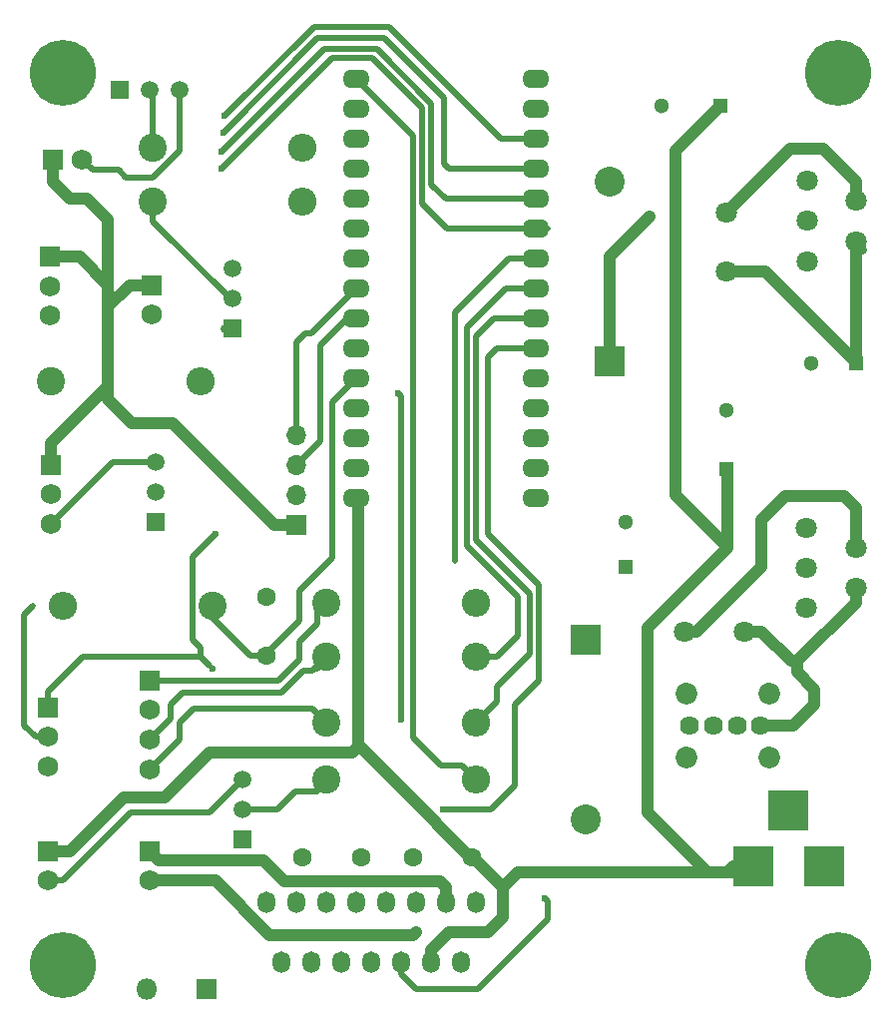
<source format=gbr>
G04 #@! TF.GenerationSoftware,KiCad,Pcbnew,5.0.2-bee76a0~70~ubuntu18.04.1*
G04 #@! TF.CreationDate,2019-05-27T22:26:56+02:00*
G04 #@! TF.ProjectId,flypi,666c7970-692e-46b6-9963-61645f706362,rev?*
G04 #@! TF.SameCoordinates,Original*
G04 #@! TF.FileFunction,Copper,L1,Top*
G04 #@! TF.FilePolarity,Positive*
%FSLAX46Y46*%
G04 Gerber Fmt 4.6, Leading zero omitted, Abs format (unit mm)*
G04 Created by KiCad (PCBNEW 5.0.2-bee76a0~70~ubuntu18.04.1) date Mon 27 May 2019 22:26:56 CEST*
%MOMM*%
%LPD*%
G01*
G04 APERTURE LIST*
G04 #@! TA.AperFunction,ComponentPad*
%ADD10C,5.600000*%
G04 #@! TD*
G04 #@! TA.AperFunction,ComponentPad*
%ADD11C,1.520000*%
G04 #@! TD*
G04 #@! TA.AperFunction,ComponentPad*
%ADD12R,1.520000X1.520000*%
G04 #@! TD*
G04 #@! TA.AperFunction,ComponentPad*
%ADD13O,2.300000X1.600000*%
G04 #@! TD*
G04 #@! TA.AperFunction,ComponentPad*
%ADD14R,1.300000X1.300000*%
G04 #@! TD*
G04 #@! TA.AperFunction,ComponentPad*
%ADD15C,1.300000*%
G04 #@! TD*
G04 #@! TA.AperFunction,ComponentPad*
%ADD16R,3.500120X3.500120*%
G04 #@! TD*
G04 #@! TA.AperFunction,ComponentPad*
%ADD17C,2.540000*%
G04 #@! TD*
G04 #@! TA.AperFunction,ComponentPad*
%ADD18R,2.540000X2.540000*%
G04 #@! TD*
G04 #@! TA.AperFunction,ComponentPad*
%ADD19C,1.800860*%
G04 #@! TD*
G04 #@! TA.AperFunction,ComponentPad*
%ADD20C,1.800000*%
G04 #@! TD*
G04 #@! TA.AperFunction,ComponentPad*
%ADD21O,1.524000X1.824000*%
G04 #@! TD*
G04 #@! TA.AperFunction,ComponentPad*
%ADD22C,1.620000*%
G04 #@! TD*
G04 #@! TA.AperFunction,ComponentPad*
%ADD23C,1.850000*%
G04 #@! TD*
G04 #@! TA.AperFunction,ComponentPad*
%ADD24R,1.800000X1.800000*%
G04 #@! TD*
G04 #@! TA.AperFunction,ComponentPad*
%ADD25O,1.800000X1.800000*%
G04 #@! TD*
G04 #@! TA.AperFunction,ComponentPad*
%ADD26R,1.700000X1.700000*%
G04 #@! TD*
G04 #@! TA.AperFunction,ComponentPad*
%ADD27O,1.700000X1.700000*%
G04 #@! TD*
G04 #@! TA.AperFunction,ComponentPad*
%ADD28R,1.750000X1.750000*%
G04 #@! TD*
G04 #@! TA.AperFunction,ComponentPad*
%ADD29C,1.750000*%
G04 #@! TD*
G04 #@! TA.AperFunction,ComponentPad*
%ADD30C,1.600000*%
G04 #@! TD*
G04 #@! TA.AperFunction,ComponentPad*
%ADD31O,2.400000X2.400000*%
G04 #@! TD*
G04 #@! TA.AperFunction,ComponentPad*
%ADD32C,2.400000*%
G04 #@! TD*
G04 #@! TA.AperFunction,ViaPad*
%ADD33C,0.600000*%
G04 #@! TD*
G04 #@! TA.AperFunction,ViaPad*
%ADD34C,0.800000*%
G04 #@! TD*
G04 #@! TA.AperFunction,Conductor*
%ADD35C,0.500000*%
G04 #@! TD*
G04 #@! TA.AperFunction,Conductor*
%ADD36C,1.000000*%
G04 #@! TD*
G04 #@! TA.AperFunction,Conductor*
%ADD37C,0.750000*%
G04 #@! TD*
G04 APERTURE END LIST*
D10*
G04 #@! TO.P,REF\002A\002A,1*
G04 #@! TO.N,N/C*
X176022000Y-129286000D03*
G04 #@! TD*
G04 #@! TO.P,REF\002A\002A,1*
G04 #@! TO.N,N/C*
X176022000Y-53594000D03*
G04 #@! TD*
G04 #@! TO.P,REF\002A\002A,1*
G04 #@! TO.N,N/C*
X110236000Y-53594000D03*
G04 #@! TD*
D11*
G04 #@! TO.P,Q2,2*
G04 #@! TO.N,Net-(Q2-Pad2)*
X117540000Y-55000000D03*
G04 #@! TO.P,Q2,3*
G04 #@! TO.N,Net-(P5-Pad2)*
X120080000Y-55000000D03*
D12*
G04 #@! TO.P,Q2,1*
G04 #@! TO.N,GND*
X115000000Y-55000000D03*
G04 #@! TD*
D13*
G04 #@! TO.P,U5,1*
G04 #@! TO.N,Net-(R3-Pad2)*
X135128000Y-54102000D03*
G04 #@! TO.P,U5,2*
G04 #@! TO.N,N/C*
X135128000Y-56642000D03*
G04 #@! TO.P,U5,3*
X135128000Y-59182000D03*
G04 #@! TO.P,U5,4*
X135128000Y-61722000D03*
G04 #@! TO.P,U5,5*
X135128000Y-64262000D03*
G04 #@! TO.P,U5,6*
X135128000Y-66802000D03*
G04 #@! TO.P,U5,7*
X135128000Y-69342000D03*
G04 #@! TO.P,U5,8*
G04 #@! TO.N,Net-(P9-Pad4)*
X135128000Y-71882000D03*
G04 #@! TO.P,U5,9*
G04 #@! TO.N,Net-(P9-Pad3)*
X135128000Y-74422000D03*
G04 #@! TO.P,U5,10*
G04 #@! TO.N,N/C*
X135128000Y-76962000D03*
G04 #@! TO.P,U5,11*
G04 #@! TO.N,Net-(1k1-Pad1)*
X135128000Y-79502000D03*
G04 #@! TO.P,U5,12*
G04 #@! TO.N,Net-(C7-Pad1)*
X135128000Y-82042000D03*
G04 #@! TO.P,U5,13*
G04 #@! TO.N,N/C*
X135128000Y-84582000D03*
G04 #@! TO.P,U5,14*
G04 #@! TO.N,GND*
X135128000Y-87122000D03*
G04 #@! TO.P,U5,15*
G04 #@! TO.N,Net-(C1-Pad1)*
X135128000Y-89662000D03*
G04 #@! TO.P,U5,16*
G04 #@! TO.N,N/C*
X150368000Y-89662000D03*
G04 #@! TO.P,U5,17*
X150368000Y-87122000D03*
G04 #@! TO.P,U5,18*
X150368000Y-84582000D03*
G04 #@! TO.P,U5,19*
G04 #@! TO.N,GND*
X150368000Y-82042000D03*
G04 #@! TO.P,U5,20*
G04 #@! TO.N,Net-(U4-Pad7)*
X150368000Y-79502000D03*
G04 #@! TO.P,U5,21*
G04 #@! TO.N,Net-(U4-Pad5)*
X150368000Y-76962000D03*
G04 #@! TO.P,U5,22*
G04 #@! TO.N,Net-(R9-Pad2)*
X150368000Y-74422000D03*
G04 #@! TO.P,U5,23*
G04 #@! TO.N,Net-(R8-Pad2)*
X150368000Y-71882000D03*
G04 #@! TO.P,U5,24*
G04 #@! TO.N,Net-(R7-Pad2)*
X150368000Y-69342000D03*
G04 #@! TO.P,U5,25*
G04 #@! TO.N,Net-(P8-Pad3)*
X150368000Y-66802000D03*
G04 #@! TO.P,U5,26*
G04 #@! TO.N,Net-(P7-Pad2)*
X150368000Y-64262000D03*
G04 #@! TO.P,U5,27*
G04 #@! TO.N,Net-(R5-Pad2)*
X150368000Y-61722000D03*
G04 #@! TO.P,U5,28*
G04 #@! TO.N,Net-(R2-Pad2)*
X150368000Y-59182000D03*
G04 #@! TO.P,U5,29*
G04 #@! TO.N,Net-(R4-Pad2)*
X150368000Y-56642000D03*
G04 #@! TO.P,U5,30*
G04 #@! TO.N,N/C*
X150368000Y-54102000D03*
G04 #@! TD*
D14*
G04 #@! TO.P,C2,1*
G04 #@! TO.N,Net-(C1-Pad1)*
X165989000Y-56388000D03*
D15*
G04 #@! TO.P,C2,2*
G04 #@! TO.N,GND*
X160989000Y-56388000D03*
G04 #@! TD*
D14*
G04 #@! TO.P,C1,1*
G04 #@! TO.N,Net-(C1-Pad1)*
X166497000Y-87249000D03*
D15*
G04 #@! TO.P,C1,2*
G04 #@! TO.N,GND*
X166497000Y-82249000D03*
G04 #@! TD*
D14*
G04 #@! TO.P,C5,1*
G04 #@! TO.N,Net-(C5-Pad1)*
X177546000Y-78232000D03*
D15*
G04 #@! TO.P,C5,2*
G04 #@! TO.N,GND*
X173746000Y-78232000D03*
G04 #@! TD*
D14*
G04 #@! TO.P,C6,1*
G04 #@! TO.N,Net-(C6-Pad1)*
X158000000Y-95500000D03*
D15*
G04 #@! TO.P,C6,2*
G04 #@! TO.N,GND*
X158000000Y-91700000D03*
G04 #@! TD*
D16*
G04 #@! TO.P,CON1,1*
G04 #@! TO.N,Net-(C1-Pad1)*
X168805860Y-120904000D03*
G04 #@! TO.P,CON1,2*
G04 #@! TO.N,GND*
X174805340Y-120904000D03*
G04 #@! TO.P,CON1,3*
X171805600Y-116205000D03*
G04 #@! TD*
D17*
G04 #@! TO.P,D1,2*
G04 #@! TO.N,GND*
X154561960Y-116968220D03*
D18*
G04 #@! TO.P,D1,1*
G04 #@! TO.N,Net-(D1-Pad1)*
X154561960Y-101728220D03*
G04 #@! TD*
D17*
G04 #@! TO.P,D3,2*
G04 #@! TO.N,GND*
X156588040Y-62863780D03*
D18*
G04 #@! TO.P,D3,1*
G04 #@! TO.N,Net-(D3-Pad1)*
X156588040Y-78103780D03*
G04 #@! TD*
D19*
G04 #@! TO.P,L1,1*
G04 #@! TO.N,Net-(D3-Pad1)*
X166497000Y-65445640D03*
G04 #@! TO.P,L1,2*
G04 #@! TO.N,Net-(C5-Pad1)*
X166497000Y-70444360D03*
G04 #@! TD*
G04 #@! TO.P,L2,1*
G04 #@! TO.N,Net-(D1-Pad1)*
X163000640Y-101000000D03*
G04 #@! TO.P,L2,2*
G04 #@! TO.N,Net-(C6-Pad1)*
X167999360Y-101000000D03*
G04 #@! TD*
D20*
G04 #@! TO.P,U1,3*
G04 #@! TO.N,GND*
X173282500Y-95567500D03*
G04 #@! TO.P,U1,5*
X173282500Y-98967500D03*
G04 #@! TO.P,U1,1*
G04 #@! TO.N,Net-(C1-Pad1)*
X173282500Y-92167500D03*
G04 #@! TO.P,U1,2*
G04 #@! TO.N,Net-(D1-Pad1)*
X177482500Y-93867500D03*
G04 #@! TO.P,U1,4*
G04 #@! TO.N,Net-(C6-Pad1)*
X177482500Y-97267500D03*
G04 #@! TD*
G04 #@! TO.P,U2,3*
G04 #@! TO.N,GND*
X173346000Y-66167000D03*
G04 #@! TO.P,U2,5*
X173346000Y-69567000D03*
G04 #@! TO.P,U2,1*
G04 #@! TO.N,Net-(C1-Pad1)*
X173346000Y-62767000D03*
G04 #@! TO.P,U2,2*
G04 #@! TO.N,Net-(D3-Pad1)*
X177546000Y-64467000D03*
G04 #@! TO.P,U2,4*
G04 #@! TO.N,Net-(C5-Pad1)*
X177546000Y-67867000D03*
G04 #@! TD*
D21*
G04 #@! TO.P,U4,1*
G04 #@! TO.N,Net-(R1-Pad1)*
X145288000Y-123952000D03*
G04 #@! TO.P,U4,2*
G04 #@! TO.N,Net-(P1-Pad2)*
X144018000Y-129032000D03*
G04 #@! TO.P,U4,3*
G04 #@! TO.N,Net-(P1-Pad1)*
X142748000Y-123952000D03*
G04 #@! TO.P,U4,4*
G04 #@! TO.N,Net-(C1-Pad1)*
X141478000Y-129032000D03*
G04 #@! TO.P,U4,5*
G04 #@! TO.N,Net-(U4-Pad5)*
X140208000Y-123952000D03*
G04 #@! TO.P,U4,6*
G04 #@! TO.N,Net-(R3-Pad2)*
X138938000Y-129032000D03*
G04 #@! TO.P,U4,7*
G04 #@! TO.N,Net-(U4-Pad7)*
X137668000Y-123952000D03*
G04 #@! TO.P,U4,8*
G04 #@! TO.N,GND*
X136398000Y-129032000D03*
G04 #@! TO.P,U4,9*
G04 #@! TO.N,Net-(C7-Pad1)*
X135128000Y-123952000D03*
G04 #@! TO.P,U4,10*
G04 #@! TO.N,N/C*
X133858000Y-129032000D03*
G04 #@! TO.P,U4,11*
X132588000Y-123952000D03*
G04 #@! TO.P,U4,12*
X131318000Y-129032000D03*
G04 #@! TO.P,U4,13*
X130048000Y-123952000D03*
G04 #@! TO.P,U4,14*
X128778000Y-129032000D03*
G04 #@! TO.P,U4,15*
X127508000Y-123952000D03*
G04 #@! TD*
D22*
G04 #@! TO.P,J12,1*
G04 #@! TO.N,Net-(C6-Pad1)*
X169418000Y-108966000D03*
G04 #@! TO.P,J12,2*
G04 #@! TO.N,N/C*
X167418000Y-108966000D03*
G04 #@! TO.P,J12,3*
X165418000Y-108966000D03*
D23*
G04 #@! TO.P,J12,5*
G04 #@! TO.N,GND*
X170148000Y-111686000D03*
D22*
G04 #@! TO.P,J12,4*
X163418000Y-108966000D03*
D23*
G04 #@! TO.P,J12,5*
X163148000Y-111686000D03*
X170148000Y-106246000D03*
X163148000Y-106246000D03*
G04 #@! TD*
D24*
G04 #@! TO.P,R1,1*
G04 #@! TO.N,Net-(R1-Pad1)*
X122428000Y-131318000D03*
D25*
G04 #@! TO.P,R1,2*
G04 #@! TO.N,GND*
X117348000Y-131318000D03*
G04 #@! TD*
D11*
G04 #@! TO.P,Q3,2*
G04 #@! TO.N,Net-(Q3-Pad2)*
X124587000Y-72771000D03*
G04 #@! TO.P,Q3,3*
G04 #@! TO.N,Net-(P6-Pad2)*
X124587000Y-70231000D03*
D12*
G04 #@! TO.P,Q3,1*
G04 #@! TO.N,GND*
X124587000Y-75311000D03*
G04 #@! TD*
D11*
G04 #@! TO.P,Q1,2*
G04 #@! TO.N,Net-(Q1-Pad2)*
X125476000Y-116078000D03*
G04 #@! TO.P,Q1,3*
G04 #@! TO.N,Net-(P3-Pad2)*
X125476000Y-113538000D03*
D12*
G04 #@! TO.P,Q1,1*
G04 #@! TO.N,GND*
X125476000Y-118618000D03*
G04 #@! TD*
D11*
G04 #@! TO.P,Q4,2*
G04 #@! TO.N,Net-(Q4-Pad2)*
X118110000Y-89154000D03*
G04 #@! TO.P,Q4,3*
G04 #@! TO.N,Net-(P7-Pad3)*
X118110000Y-86614000D03*
D12*
G04 #@! TO.P,Q4,1*
G04 #@! TO.N,GND*
X118110000Y-91694000D03*
G04 #@! TD*
D26*
G04 #@! TO.P,P9,1*
G04 #@! TO.N,Net-(C5-Pad1)*
X130048000Y-91948000D03*
D27*
G04 #@! TO.P,P9,2*
G04 #@! TO.N,GND*
X130048000Y-89408000D03*
G04 #@! TO.P,P9,3*
G04 #@! TO.N,Net-(P9-Pad3)*
X130048000Y-86868000D03*
G04 #@! TO.P,P9,4*
G04 #@! TO.N,Net-(P9-Pad4)*
X130048000Y-84328000D03*
G04 #@! TD*
D28*
G04 #@! TO.P,P3,1*
G04 #@! TO.N,Net-(C1-Pad1)*
X108966000Y-119634000D03*
D29*
G04 #@! TO.P,P3,2*
G04 #@! TO.N,Net-(P3-Pad2)*
X108966000Y-122134000D03*
G04 #@! TD*
D30*
G04 #@! TO.P,C7,1*
G04 #@! TO.N,Net-(C7-Pad1)*
X130556000Y-120142000D03*
G04 #@! TO.P,C7,2*
G04 #@! TO.N,GND*
X135556000Y-120142000D03*
G04 #@! TD*
G04 #@! TO.P,C10,1*
G04 #@! TO.N,GND*
X139954000Y-120142000D03*
G04 #@! TO.P,C10,2*
G04 #@! TO.N,Net-(C1-Pad1)*
X144954000Y-120142000D03*
G04 #@! TD*
D28*
G04 #@! TO.P,P1,1*
G04 #@! TO.N,Net-(P1-Pad1)*
X117602000Y-119634000D03*
D29*
G04 #@! TO.P,P1,2*
G04 #@! TO.N,Net-(P1-Pad2)*
X117602000Y-122134000D03*
G04 #@! TD*
D28*
G04 #@! TO.P,P4,1*
G04 #@! TO.N,Net-(C7-Pad1)*
X108966000Y-107442000D03*
D29*
G04 #@! TO.P,P4,2*
G04 #@! TO.N,Net-(1k1-Pad2)*
X108966000Y-109942000D03*
G04 #@! TO.P,P4,3*
G04 #@! TO.N,GND*
X108966000Y-112442000D03*
G04 #@! TD*
D30*
G04 #@! TO.P,C8,1*
G04 #@! TO.N,GND*
X127508000Y-98044000D03*
G04 #@! TO.P,C8,2*
G04 #@! TO.N,Net-(1k1-Pad1)*
X127508000Y-103044000D03*
G04 #@! TD*
D28*
G04 #@! TO.P,P10,1*
G04 #@! TO.N,Net-(P10-Pad1)*
X117602000Y-105156000D03*
D29*
G04 #@! TO.P,P10,2*
G04 #@! TO.N,GND*
X117602000Y-107656000D03*
G04 #@! TO.P,P10,3*
G04 #@! TO.N,Net-(P10-Pad3)*
X117602000Y-110156000D03*
G04 #@! TO.P,P10,4*
G04 #@! TO.N,Net-(P10-Pad4)*
X117602000Y-112656000D03*
G04 #@! TD*
D28*
G04 #@! TO.P,P8,1*
G04 #@! TO.N,Net-(C5-Pad1)*
X109093000Y-69215000D03*
D29*
G04 #@! TO.P,P8,2*
G04 #@! TO.N,GND*
X109093000Y-71715000D03*
G04 #@! TO.P,P8,3*
G04 #@! TO.N,Net-(P8-Pad3)*
X109093000Y-74215000D03*
G04 #@! TD*
D28*
G04 #@! TO.P,P7,1*
G04 #@! TO.N,Net-(C5-Pad1)*
X109220000Y-86868000D03*
D29*
G04 #@! TO.P,P7,2*
G04 #@! TO.N,Net-(P7-Pad2)*
X109220000Y-89368000D03*
G04 #@! TO.P,P7,3*
G04 #@! TO.N,Net-(P7-Pad3)*
X109220000Y-91868000D03*
G04 #@! TD*
D28*
G04 #@! TO.P,P6,1*
G04 #@! TO.N,Net-(C5-Pad1)*
X117729000Y-71628000D03*
D29*
G04 #@! TO.P,P6,2*
G04 #@! TO.N,Net-(P6-Pad2)*
X117729000Y-74128000D03*
G04 #@! TD*
D28*
G04 #@! TO.P,P5,1*
G04 #@! TO.N,Net-(C5-Pad1)*
X109347000Y-60960000D03*
D29*
G04 #@! TO.P,P5,2*
G04 #@! TO.N,Net-(P5-Pad2)*
X111847000Y-60960000D03*
G04 #@! TD*
D31*
G04 #@! TO.P,R4,2*
G04 #@! TO.N,Net-(R4-Pad2)*
X130556000Y-64516000D03*
D32*
G04 #@! TO.P,R4,1*
G04 #@! TO.N,Net-(Q3-Pad2)*
X117856000Y-64516000D03*
G04 #@! TD*
G04 #@! TO.P,R5,1*
G04 #@! TO.N,Net-(Q4-Pad2)*
X109220000Y-79756000D03*
D31*
G04 #@! TO.P,R5,2*
G04 #@! TO.N,Net-(R5-Pad2)*
X121920000Y-79756000D03*
G04 #@! TD*
D32*
G04 #@! TO.P,R7,1*
G04 #@! TO.N,Net-(P10-Pad1)*
X132588000Y-98552000D03*
D31*
G04 #@! TO.P,R7,2*
G04 #@! TO.N,Net-(R7-Pad2)*
X145288000Y-98552000D03*
G04 #@! TD*
G04 #@! TO.P,R8,2*
G04 #@! TO.N,Net-(R8-Pad2)*
X145288000Y-103124000D03*
D32*
G04 #@! TO.P,R8,1*
G04 #@! TO.N,Net-(P10-Pad3)*
X132588000Y-103124000D03*
G04 #@! TD*
G04 #@! TO.P,R9,1*
G04 #@! TO.N,Net-(P10-Pad4)*
X132588000Y-108712000D03*
D31*
G04 #@! TO.P,R9,2*
G04 #@! TO.N,Net-(R9-Pad2)*
X145288000Y-108712000D03*
G04 #@! TD*
G04 #@! TO.P,1k1,2*
G04 #@! TO.N,Net-(1k1-Pad2)*
X110236000Y-98806000D03*
D32*
G04 #@! TO.P,1k1,1*
G04 #@! TO.N,Net-(1k1-Pad1)*
X122936000Y-98806000D03*
G04 #@! TD*
G04 #@! TO.P,R2,1*
G04 #@! TO.N,Net-(Q2-Pad2)*
X117856000Y-59944000D03*
D31*
G04 #@! TO.P,R2,2*
G04 #@! TO.N,Net-(R2-Pad2)*
X130556000Y-59944000D03*
G04 #@! TD*
D32*
G04 #@! TO.P,R3,1*
G04 #@! TO.N,Net-(Q1-Pad2)*
X132588000Y-113538000D03*
D31*
G04 #@! TO.P,R3,2*
G04 #@! TO.N,Net-(R3-Pad2)*
X145288000Y-113538000D03*
G04 #@! TD*
D10*
G04 #@! TO.P,REF\002A\002A,1*
G04 #@! TO.N,N/C*
X110236000Y-129286000D03*
G04 #@! TD*
D33*
G04 #@! TO.N,Net-(C7-Pad1)*
X123190000Y-92710000D03*
X122936000Y-104140000D03*
D34*
G04 #@! TO.N,Net-(D3-Pad1)*
X160020000Y-65786000D03*
G04 #@! TO.N,Net-(P1-Pad2)*
X140208000Y-126492000D03*
D33*
G04 #@! TO.N,Net-(P7-Pad2)*
X123634500Y-60325000D03*
G04 #@! TO.N,Net-(P8-Pad3)*
X123634500Y-61722000D03*
G04 #@! TO.N,Net-(R2-Pad2)*
X123952000Y-57277000D03*
G04 #@! TO.N,Net-(R3-Pad2)*
X151066500Y-123634500D03*
G04 #@! TO.N,Net-(R5-Pad2)*
X123825000Y-58674000D03*
G04 #@! TO.N,Net-(U4-Pad5)*
X142494000Y-116078000D03*
G04 #@! TO.N,Net-(U4-Pad7)*
X138938000Y-108458000D03*
X138684000Y-80772000D03*
G04 #@! TD*
D35*
G04 #@! TO.N,Net-(1k1-Pad1)*
X127508000Y-103044000D02*
X127508000Y-102870000D01*
X127508000Y-102870000D02*
X130302000Y-100076000D01*
X133096000Y-81534000D02*
X135128000Y-79502000D01*
X133096000Y-94742000D02*
X133096000Y-81534000D01*
X130302000Y-97536000D02*
X133096000Y-94742000D01*
X130302000Y-100076000D02*
X130302000Y-97536000D01*
X127508000Y-103044000D02*
X126158000Y-103044000D01*
X122936000Y-99822000D02*
X122936000Y-98806000D01*
X126158000Y-103044000D02*
X122936000Y-99822000D01*
G04 #@! TO.N,Net-(1k1-Pad2)*
X108966000Y-109942000D02*
X107910000Y-109942000D01*
X106934000Y-99568000D02*
X107696000Y-98806000D01*
X106934000Y-108966000D02*
X106934000Y-99568000D01*
X107910000Y-109942000D02*
X106934000Y-108966000D01*
D36*
G04 #@! TO.N,Net-(C1-Pad1)*
X166624000Y-88201500D02*
X166624000Y-87376000D01*
X166624000Y-87376000D02*
X166497000Y-87249000D01*
X166624000Y-93916500D02*
X166624000Y-93853000D01*
X162179000Y-60198000D02*
X165989000Y-56388000D01*
X162179000Y-89408000D02*
X162179000Y-60198000D01*
X166624000Y-93853000D02*
X162179000Y-89408000D01*
X164909500Y-121412000D02*
X159829500Y-116332000D01*
X159829500Y-116332000D02*
X159829500Y-100711000D01*
X159829500Y-100711000D02*
X166624000Y-93916500D01*
X166624000Y-93916500D02*
X166624000Y-88201500D01*
X167281860Y-121412000D02*
X164909500Y-121412000D01*
X148844000Y-121412000D02*
X147574000Y-122682000D01*
X145034000Y-120142000D02*
X147574000Y-122682000D01*
X147574000Y-122682000D02*
X147574000Y-125222000D01*
X147574000Y-125222000D02*
X146304000Y-126492000D01*
X146304000Y-126492000D02*
X143002000Y-126492000D01*
X143002000Y-126492000D02*
X141478000Y-128016000D01*
X141478000Y-128016000D02*
X141478000Y-129032000D01*
X142240000Y-117602000D02*
X141605000Y-116967000D01*
X141605000Y-116967000D02*
X140081000Y-115443000D01*
X140081000Y-115443000D02*
X135319000Y-110681000D01*
X135319000Y-110681000D02*
X135255000Y-110617000D01*
X135255000Y-110617000D02*
X135255000Y-89789000D01*
X135255000Y-89789000D02*
X135128000Y-89662000D01*
X134874000Y-89916000D02*
X135128000Y-89662000D01*
X144954000Y-120142000D02*
X144780000Y-120142000D01*
X144780000Y-120142000D02*
X142240000Y-117602000D01*
X144954000Y-120142000D02*
X145034000Y-120142000D01*
X110841000Y-119634000D02*
X115413000Y-115062000D01*
X108966000Y-119634000D02*
X110841000Y-119634000D01*
X115413000Y-115062000D02*
X118872000Y-115062000D01*
X118872000Y-115062000D02*
X122682000Y-111252000D01*
X134748000Y-111252000D02*
X135319000Y-110681000D01*
X122682000Y-111252000D02*
X134748000Y-111252000D01*
X167132000Y-120904000D02*
X166624000Y-121412000D01*
X168805860Y-120904000D02*
X167132000Y-120904000D01*
X167281860Y-121412000D02*
X166624000Y-121412000D01*
X166624000Y-121412000D02*
X148844000Y-121412000D01*
G04 #@! TO.N,Net-(C5-Pad1)*
X109285000Y-69215000D02*
X109093000Y-69215000D01*
X177546000Y-78232000D02*
X177546000Y-78168500D01*
X177546000Y-78168500D02*
X169821860Y-70444360D01*
X169821860Y-70444360D02*
X166497000Y-70444360D01*
X177546000Y-78232000D02*
X177546000Y-67867000D01*
D37*
X178054000Y-68580000D02*
X177800000Y-68580000D01*
D36*
X128198000Y-91948000D02*
X119562000Y-83312000D01*
X130048000Y-91948000D02*
X128198000Y-91948000D01*
X119562000Y-83312000D02*
X116078000Y-83312000D01*
X116078000Y-83312000D02*
X114046000Y-81280000D01*
X115854000Y-71628000D02*
X117729000Y-71628000D01*
X114046000Y-73436000D02*
X115854000Y-71628000D01*
X109347000Y-62835000D02*
X109347000Y-60960000D01*
X110774000Y-64262000D02*
X109347000Y-62835000D01*
X112268000Y-64262000D02*
X110774000Y-64262000D01*
X114046000Y-66040000D02*
X112268000Y-64262000D01*
X111633000Y-69215000D02*
X109093000Y-69215000D01*
X114046000Y-71628000D02*
X114046000Y-66040000D01*
X114046000Y-71628000D02*
X111633000Y-69215000D01*
X114046000Y-73436000D02*
X114046000Y-71628000D01*
X113949000Y-80264000D02*
X109220000Y-84993000D01*
X114046000Y-80264000D02*
X113949000Y-80264000D01*
X109220000Y-84993000D02*
X109220000Y-86868000D01*
X114046000Y-80264000D02*
X114046000Y-73436000D01*
X114046000Y-81280000D02*
X114046000Y-80264000D01*
G04 #@! TO.N,Net-(C6-Pad1)*
X172000000Y-103500000D02*
X172500000Y-103500000D01*
X177482500Y-98517500D02*
X177482500Y-97267500D01*
X172500000Y-103500000D02*
X177482500Y-98517500D01*
X167999360Y-101000000D02*
X169500000Y-101000000D01*
X169500000Y-101000000D02*
X172000000Y-103500000D01*
X172500000Y-103500000D02*
X172500000Y-104428000D01*
X172500000Y-104428000D02*
X173990000Y-105918000D01*
X173990000Y-105918000D02*
X173990000Y-107188000D01*
X172212000Y-108966000D02*
X169418000Y-108966000D01*
X173990000Y-107188000D02*
X172212000Y-108966000D01*
D35*
G04 #@! TO.N,Net-(C7-Pad1)*
X108966000Y-106934000D02*
X108966000Y-107442000D01*
X108966000Y-106067000D02*
X111909000Y-103124000D01*
X108966000Y-107442000D02*
X108966000Y-106067000D01*
X111909000Y-103124000D02*
X121920000Y-103124000D01*
X122682000Y-103886000D02*
X121920000Y-103124000D01*
X121920000Y-103124000D02*
X121920000Y-102362000D01*
X122890001Y-93009999D02*
X123190000Y-92710000D01*
X121235999Y-94664001D02*
X122890001Y-93009999D01*
X121235999Y-101677999D02*
X121235999Y-94664001D01*
X121920000Y-102362000D02*
X121235999Y-101677999D01*
D36*
G04 #@! TO.N,Net-(D1-Pad1)*
X163000640Y-101000000D02*
X164000000Y-101000000D01*
X177482500Y-90482500D02*
X177482500Y-93867500D01*
X176500000Y-89500000D02*
X177482500Y-90482500D01*
X171500000Y-89500000D02*
X176500000Y-89500000D01*
X169500000Y-91500000D02*
X171500000Y-89500000D01*
X169500000Y-95500000D02*
X169500000Y-91500000D01*
X164000000Y-101000000D02*
X169500000Y-95500000D01*
X177482500Y-93218000D02*
X177482500Y-93867500D01*
G04 #@! TO.N,Net-(D3-Pad1)*
X156588040Y-69217960D02*
X156588040Y-78103780D01*
X160020000Y-65786000D02*
X156588040Y-69217960D01*
X166497000Y-65445640D02*
X166519860Y-65445640D01*
X166519860Y-65445640D02*
X171894500Y-60071000D01*
X177546000Y-62865000D02*
X177546000Y-64467000D01*
X174752000Y-60071000D02*
X177546000Y-62865000D01*
X171894500Y-60071000D02*
X174752000Y-60071000D01*
G04 #@! TO.N,Net-(P1-Pad2)*
X140208000Y-126492000D02*
X139954000Y-126746000D01*
X139954000Y-126746000D02*
X127762000Y-126746000D01*
X127762000Y-126746000D02*
X123150000Y-122134000D01*
X123150000Y-122134000D02*
X117602000Y-122134000D01*
G04 #@! TO.N,Net-(P1-Pad1)*
X142748000Y-123952000D02*
X142748000Y-122682000D01*
X127254000Y-120396000D02*
X118364000Y-120396000D01*
X129032000Y-122174000D02*
X127254000Y-120396000D01*
X142240000Y-122174000D02*
X129032000Y-122174000D01*
X142748000Y-122682000D02*
X142240000Y-122174000D01*
X118364000Y-120396000D02*
X117602000Y-119634000D01*
D35*
G04 #@! TO.N,Net-(P7-Pad2)*
X150368000Y-64262000D02*
X142684500Y-64262000D01*
X132397500Y-51562000D02*
X123634500Y-60325000D01*
X136842500Y-51562000D02*
X132397500Y-51562000D01*
X141466002Y-56185502D02*
X136842500Y-51562000D01*
X141466002Y-63043502D02*
X141466002Y-56185502D01*
X142684500Y-64262000D02*
X141466002Y-63043502D01*
G04 #@! TO.N,Net-(P8-Pad3)*
X150368000Y-66802000D02*
X142811500Y-66802000D01*
X133032500Y-52324000D02*
X123634500Y-61722000D01*
X136461500Y-52324000D02*
X133032500Y-52324000D01*
X140716000Y-56578500D02*
X136461500Y-52324000D01*
X140716000Y-64706500D02*
X140716000Y-56578500D01*
X142811500Y-66802000D02*
X140716000Y-64706500D01*
X151384000Y-66802000D02*
X150368000Y-66802000D01*
G04 #@! TO.N,Net-(P9-Pad3)*
X135128000Y-74422000D02*
X134366000Y-74422000D01*
X134366000Y-74422000D02*
X132080000Y-76708000D01*
X132080000Y-76708000D02*
X132080000Y-84836000D01*
X132080000Y-84836000D02*
X130048000Y-86868000D01*
G04 #@! TO.N,Net-(P9-Pad4)*
X130048000Y-84328000D02*
X130048000Y-76454000D01*
X131318000Y-75692000D02*
X135128000Y-71882000D01*
X130810000Y-75692000D02*
X131318000Y-75692000D01*
X130048000Y-76454000D02*
X130810000Y-75692000D01*
G04 #@! TO.N,Net-(P10-Pad3)*
X132588000Y-103124000D02*
X132588000Y-103378000D01*
X131826000Y-103124000D02*
X131826000Y-104140000D01*
X132588000Y-103378000D02*
X131826000Y-104140000D01*
X131388001Y-104323999D02*
X130626001Y-104323999D01*
X132588000Y-103124000D02*
X131388001Y-104323999D01*
X130626001Y-104323999D02*
X128778000Y-106172000D01*
X128778000Y-106172000D02*
X120396000Y-106172000D01*
X120396000Y-106172000D02*
X119380000Y-107188000D01*
X119380000Y-108378000D02*
X117602000Y-110156000D01*
X119380000Y-107188000D02*
X119380000Y-108378000D01*
G04 #@! TO.N,Net-(P10-Pad4)*
X131388001Y-107512001D02*
X121341999Y-107512001D01*
X132588000Y-108712000D02*
X131388001Y-107512001D01*
X121341999Y-107512001D02*
X120142000Y-108712000D01*
X120142000Y-110116000D02*
X117602000Y-112656000D01*
X120142000Y-108712000D02*
X120142000Y-110116000D01*
G04 #@! TO.N,Net-(P10-Pad1)*
X128524000Y-105156000D02*
X117602000Y-105156000D01*
X130302000Y-103378000D02*
X128524000Y-105156000D01*
X130302000Y-101854000D02*
X130302000Y-103378000D01*
X131826000Y-100330000D02*
X130302000Y-101854000D01*
X132588000Y-98552000D02*
X132588000Y-98806000D01*
X131826000Y-98552000D02*
X131826000Y-99568000D01*
X132588000Y-98806000D02*
X131826000Y-99568000D01*
X131826000Y-99568000D02*
X131826000Y-100330000D01*
G04 #@! TO.N,Net-(R2-Pad2)*
X150368000Y-59182000D02*
X147383500Y-59182000D01*
X131508500Y-49720500D02*
X123952000Y-57277000D01*
X137922000Y-49720500D02*
X131508500Y-49720500D01*
X147383500Y-59182000D02*
X137922000Y-49720500D01*
G04 #@! TO.N,Net-(R3-Pad2)*
X138938000Y-130048000D02*
X138938000Y-129032000D01*
X140208000Y-131318000D02*
X138938000Y-130048000D01*
X145415000Y-131318000D02*
X140208000Y-131318000D01*
X151320500Y-125412500D02*
X145415000Y-131318000D01*
X151320500Y-123888500D02*
X151320500Y-125412500D01*
X151066500Y-123634500D02*
X151320500Y-123888500D01*
X139954000Y-58928000D02*
X135128000Y-54102000D01*
X142310001Y-112338001D02*
X139954000Y-109982000D01*
X145288000Y-113538000D02*
X144088001Y-112338001D01*
X139954000Y-109982000D02*
X139954000Y-58928000D01*
X144088001Y-112338001D02*
X142310001Y-112338001D01*
G04 #@! TO.N,Net-(R5-Pad2)*
X150368000Y-61722000D02*
X143002000Y-61722000D01*
X131826000Y-50673000D02*
X123825000Y-58674000D01*
X137477500Y-50673000D02*
X131826000Y-50673000D01*
X142557500Y-55753000D02*
X137477500Y-50673000D01*
X142557500Y-61277500D02*
X142557500Y-55753000D01*
X143002000Y-61722000D02*
X142557500Y-61277500D01*
G04 #@! TO.N,Net-(R7-Pad2)*
X150368000Y-69342000D02*
X148082000Y-69342000D01*
X143510000Y-73914000D02*
X143510000Y-94996000D01*
X148082000Y-69342000D02*
X143510000Y-73914000D01*
G04 #@! TO.N,Net-(R8-Pad2)*
X150368000Y-71882000D02*
X147828000Y-71882000D01*
X148844000Y-101346000D02*
X147066000Y-103124000D01*
X148844000Y-98044000D02*
X148844000Y-101346000D01*
X144526000Y-93726000D02*
X148844000Y-98044000D01*
X144526000Y-75184000D02*
X144526000Y-93726000D01*
X147828000Y-71882000D02*
X144526000Y-75184000D01*
X147066000Y-103124000D02*
X145288000Y-103124000D01*
G04 #@! TO.N,Net-(R9-Pad2)*
X147066000Y-106934000D02*
X145288000Y-108712000D01*
X147066000Y-105664000D02*
X147066000Y-106934000D01*
X149860000Y-97790000D02*
X149860000Y-102870000D01*
X146812000Y-74422000D02*
X145288000Y-75946000D01*
X150368000Y-74422000D02*
X146812000Y-74422000D01*
X145288000Y-75946000D02*
X145288000Y-93218000D01*
X145288000Y-93218000D02*
X149860000Y-97790000D01*
X149860000Y-102870000D02*
X147066000Y-105664000D01*
G04 #@! TO.N,Net-(U4-Pad5)*
X150368000Y-76962000D02*
X147054002Y-76962000D01*
X148590000Y-107188000D02*
X148590000Y-109728000D01*
X150622000Y-105156000D02*
X148590000Y-107188000D01*
X150622000Y-97028000D02*
X150622000Y-105156000D01*
X146304000Y-92710000D02*
X150622000Y-97028000D01*
X146304000Y-77712002D02*
X146304000Y-92710000D01*
X147054002Y-76962000D02*
X146304000Y-77712002D01*
X148590000Y-109728000D02*
X148590000Y-114046000D01*
X148590000Y-114046000D02*
X146558000Y-116078000D01*
X146558000Y-116078000D02*
X142494000Y-116078000D01*
G04 #@! TO.N,Net-(U4-Pad7)*
X138938000Y-81026000D02*
X138938000Y-108458000D01*
X138684000Y-80772000D02*
X138938000Y-81026000D01*
D37*
G04 #@! TO.N,GND*
X124587000Y-75311000D02*
X123888500Y-75311000D01*
D35*
G04 #@! TO.N,Net-(Q1-Pad2)*
X131826000Y-114554000D02*
X129946000Y-114554000D01*
X128422000Y-116078000D02*
X125476000Y-116078000D01*
X129946000Y-114554000D02*
X128422000Y-116078000D01*
X131826000Y-114300000D02*
X132588000Y-113538000D01*
X131826000Y-114554000D02*
X131826000Y-114300000D01*
G04 #@! TO.N,Net-(Q2-Pad2)*
X117856000Y-55316000D02*
X117540000Y-55000000D01*
X117856000Y-59944000D02*
X117856000Y-55316000D01*
G04 #@! TO.N,Net-(Q3-Pad2)*
X124413944Y-72771000D02*
X124587000Y-72771000D01*
X117856000Y-66213056D02*
X124413944Y-72771000D01*
X117856000Y-64516000D02*
X117856000Y-66213056D01*
G04 #@! TO.N,Net-(Q4-Pad2)*
X118110000Y-89154000D02*
X117654000Y-89154000D01*
G04 #@! TO.N,Net-(P3-Pad2)*
X122682000Y-116332000D02*
X125476000Y-113538000D01*
X108966000Y-122134000D02*
X110203436Y-122134000D01*
X116005436Y-116332000D02*
X122682000Y-116332000D01*
X110203436Y-122134000D02*
X116005436Y-116332000D01*
G04 #@! TO.N,Net-(P5-Pad2)*
X112721999Y-61834999D02*
X114920999Y-61834999D01*
X111847000Y-60960000D02*
X112721999Y-61834999D01*
X114920999Y-61834999D02*
X115570000Y-62484000D01*
X120080000Y-56074802D02*
X120080000Y-55000000D01*
X120080000Y-60236002D02*
X120080000Y-56074802D01*
X117832002Y-62484000D02*
X120080000Y-60236002D01*
X115570000Y-62484000D02*
X117832002Y-62484000D01*
G04 #@! TO.N,Net-(P6-Pad2)*
X124587000Y-70231000D02*
X124333000Y-70231000D01*
G04 #@! TO.N,Net-(P7-Pad3)*
X114474000Y-86614000D02*
X109220000Y-91868000D01*
X118110000Y-86614000D02*
X114474000Y-86614000D01*
G04 #@! TD*
M02*

</source>
